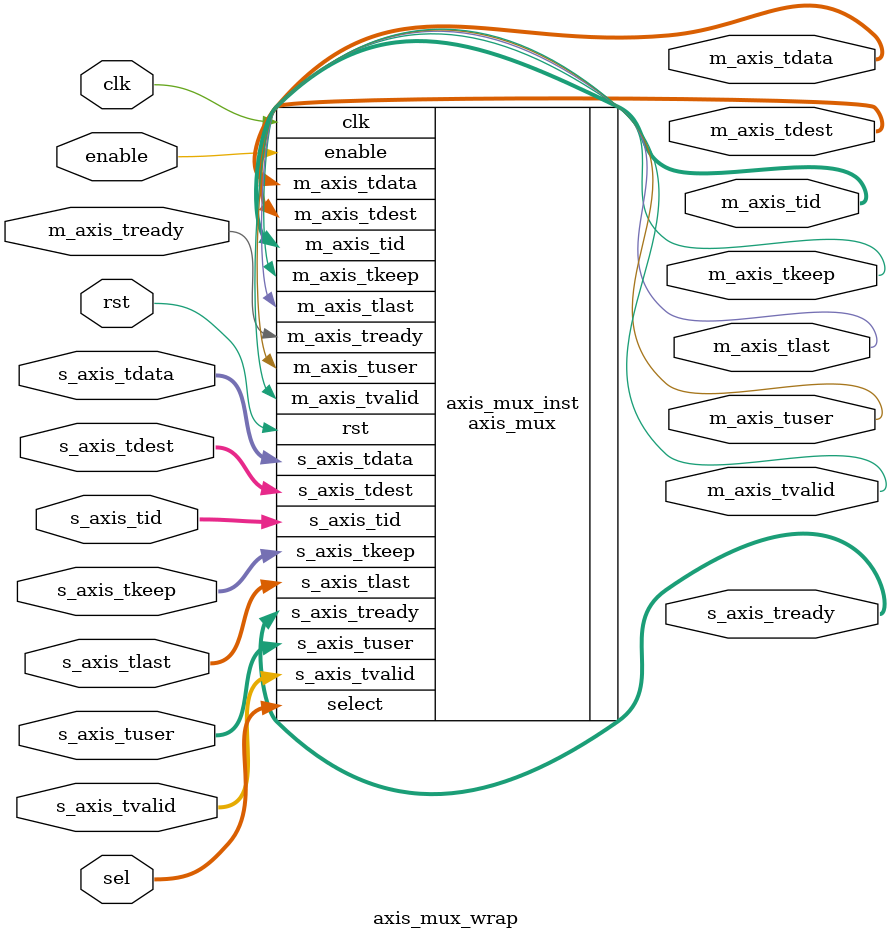
<source format=v>
/*

Copyright (c) 2018-2021 Alex Forencich

Permission is hereby granted, free of charge, to any person obtaining a copy
of this software and associated documentation files (the "Software"), to deal
in the Software without restriction, including without limitation the rights
to use, copy, modify, merge, publish, distribute, sublicense, and/or sell
copies of the Software, and to permit persons to whom the Software is
furnished to do so, subject to the following conditions:

The above copyright notice and this permission notice shall be included in
all copies or substantial portions of the Software.

THE SOFTWARE IS PROVIDED "AS IS", WITHOUT WARRANTY OF ANY KIND, EXPRESS OR
IMPLIED, INCLUDING BUT NOT LIMITED TO THE WARRANTIES OF MERCHANTABILITY
FITNESS FOR A PARTICULAR PURPOSE AND NONINFRINGEMENT. IN NO EVENT SHALL THE
AUTHORS OR COPYRIGHT HOLDERS BE LIABLE FOR ANY CLAIM, DAMAGES OR OTHER
LIABILITY, WHETHER IN AN ACTION OF CONTRACT, TORT OR OTHERWISE, ARISING FROM,
OUT OF OR IN CONNECTION WITH THE SOFTWARE OR THE USE OR OTHER DEALINGS IN
THE SOFTWARE.

*/

// Language: Verilog 2001

`resetall
`timescale 1ns / 1ps
`default_nettype none

/*
 * AXI4-Stream port mux (wrapper ot remove select as port name)
 */
module axis_mux_wrap #
(
    // Number of AXI stream inputs
    parameter S_COUNT = 4,
    // Width of AXI stream interfaces in bits
    parameter DATA_WIDTH = 8,
    // Propagate tkeep signal
    parameter KEEP_ENABLE = (DATA_WIDTH>8),
    // tkeep signal width (words per cycle)
    parameter KEEP_WIDTH = ((DATA_WIDTH+7)/8),
    // Propagate tid signal
    parameter ID_ENABLE = 0,
    // tid signal width
    parameter ID_WIDTH = 8,
    // Propagate tdest signal
    parameter DEST_ENABLE = 0,
    // tdest signal width
    parameter DEST_WIDTH = 8,
    // Propagate tuser signal
    parameter USER_ENABLE = 1,
    // tuser signal width
    parameter USER_WIDTH = 1
)
(
    input  wire                          clk,
    input  wire                          rst,

    /*
     * AXI inputs
     */
    input  wire [S_COUNT*DATA_WIDTH-1:0] s_axis_tdata,
    input  wire [S_COUNT*KEEP_WIDTH-1:0] s_axis_tkeep,
    input  wire [S_COUNT-1:0]            s_axis_tvalid,
    output wire [S_COUNT-1:0]            s_axis_tready,
    input  wire [S_COUNT-1:0]            s_axis_tlast,
    input  wire [S_COUNT*ID_WIDTH-1:0]   s_axis_tid,
    input  wire [S_COUNT*DEST_WIDTH-1:0] s_axis_tdest,
    input  wire [S_COUNT*USER_WIDTH-1:0] s_axis_tuser,

    /*
     * AXI output
     */
    output wire [DATA_WIDTH-1:0]         m_axis_tdata,
    output wire [KEEP_WIDTH-1:0]         m_axis_tkeep,
    output wire                          m_axis_tvalid,
    input  wire                          m_axis_tready,
    output wire                          m_axis_tlast,
    output wire [ID_WIDTH-1:0]           m_axis_tid,
    output wire [DEST_WIDTH-1:0]         m_axis_tdest,
    output wire [USER_WIDTH-1:0]         m_axis_tuser,

    /*
     * Control
     */
    input  wire                          enable,
    input  wire [$clog2(S_COUNT)-1:0]    sel
);

axis_mux #(
    .S_COUNT(S_COUNT),
    .DATA_WIDTH(DATA_WIDTH),
    .KEEP_ENABLE(KEEP_ENABLE),
    .KEEP_WIDTH(KEEP_WIDTH),
    .ID_ENABLE(ID_ENABLE),
    .ID_WIDTH(ID_WIDTH),
    .DEST_ENABLE(DEST_ENABLE),
    .DEST_WIDTH(DEST_WIDTH),
    .USER_ENABLE(USER_ENABLE),
    .USER_WIDTH(USER_WIDTH)
)
axis_mux_inst (
    .clk(clk),
    .rst(rst),
    // AXI inputs
    .s_axis_tdata(s_axis_tdata),
    .s_axis_tkeep(s_axis_tkeep),
    .s_axis_tvalid(s_axis_tvalid),
    .s_axis_tready(s_axis_tready),
    .s_axis_tlast(s_axis_tlast),
    .s_axis_tid(s_axis_tid),
    .s_axis_tdest(s_axis_tdest),
    .s_axis_tuser(s_axis_tuser),
    // AXI output
    .m_axis_tdata(m_axis_tdata),
    .m_axis_tkeep(m_axis_tkeep),
    .m_axis_tvalid(m_axis_tvalid),
    .m_axis_tready(m_axis_tready),
    .m_axis_tlast(m_axis_tlast),
    .m_axis_tid(m_axis_tid),
    .m_axis_tdest(m_axis_tdest),
    .m_axis_tuser(m_axis_tuser),
    // Control
    .enable(enable),
    .select(sel)
);

endmodule

`resetall

</source>
